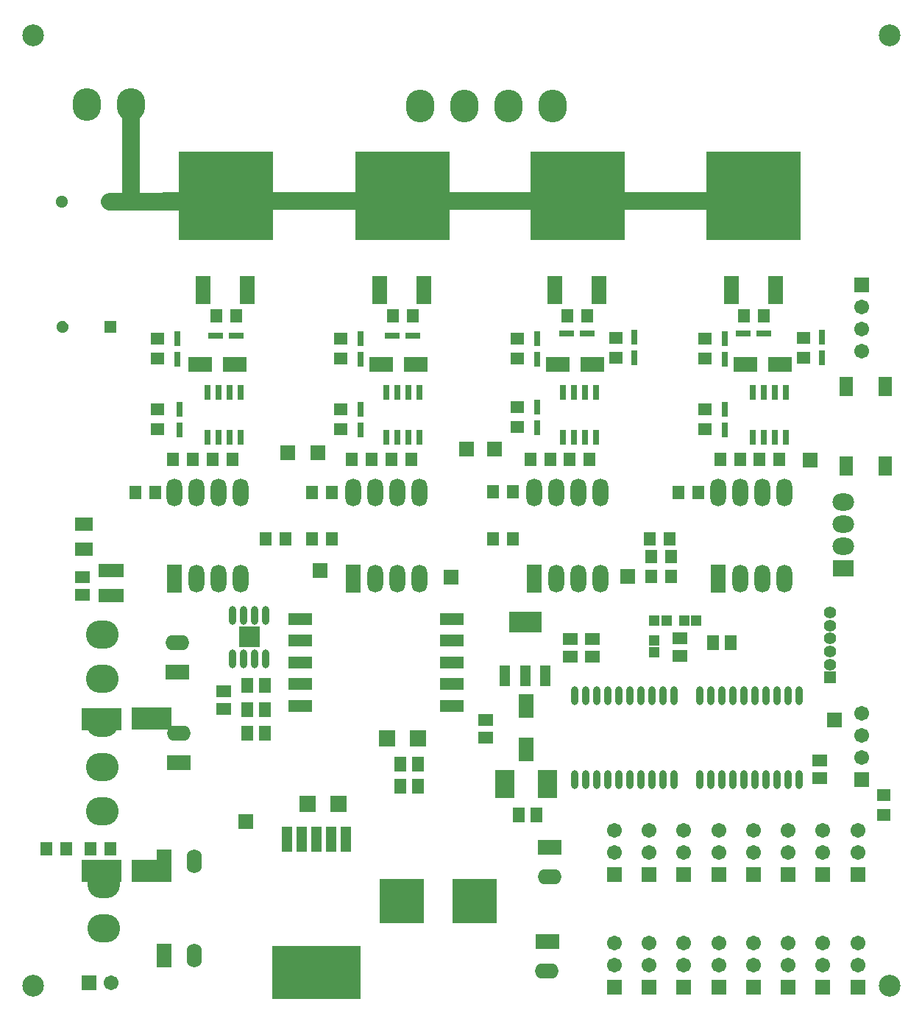
<source format=gts>
G04 Layer_Color=8388736*
%FSLAX44Y44*%
%MOMM*%
G71*
G01*
G75*
%ADD85C,2.0000*%
%ADD86R,4.5720X2.5146*%
%ADD87R,2.0532X1.5032*%
%ADD88R,1.4732X1.8034*%
%ADD89R,1.9812X1.9812*%
%ADD90R,1.8034X1.4732*%
%ADD91R,2.9032X1.5032*%
%ADD92R,2.4932X2.4932*%
%ADD93O,0.8032X2.2032*%
%ADD94R,2.7032X1.4732*%
%ADD95O,0.8032X2.2032*%
%ADD96R,1.3032X1.2032*%
%ADD97R,2.2032X3.2032*%
%ADD98R,10.2032X6.2032*%
%ADD99R,1.2732X2.9532*%
%ADD100R,1.7032X2.7032*%
%ADD101R,1.4732X1.6002*%
%ADD102R,1.6002X1.4732*%
%ADD103R,1.6032X2.3032*%
%ADD104R,1.2032X1.3032*%
%ADD105R,0.7532X1.6532*%
%ADD106R,2.7032X1.7032*%
%ADD107R,0.7112X1.7272*%
%ADD108R,1.6532X0.7532*%
%ADD109R,10.9032X10.2032*%
%ADD110R,1.7032X3.2032*%
%ADD111R,1.8032X3.2032*%
%ADD112O,1.8032X3.2032*%
%ADD113R,1.3032X2.3532*%
%ADD114R,1.3032X2.3532*%
%ADD115R,3.7032X2.3532*%
%ADD116R,1.7032X1.7032*%
%ADD117R,1.7032X1.7032*%
%ADD118C,1.7032*%
%ADD119R,2.7432X1.7272*%
%ADD120O,2.7432X1.7272*%
%ADD121C,2.5032*%
%ADD122R,1.7272X2.7432*%
%ADD123O,1.7272X2.7432*%
%ADD124O,2.4892X1.9812*%
%ADD125R,2.4892X1.9812*%
%ADD126O,3.7592X3.2512*%
%ADD127R,5.2032X5.2032*%
%ADD128R,1.4031X1.4031*%
%ADD129C,1.4031*%
%ADD130O,3.2512X3.7592*%
G36*
X-873102Y772922D02*
X-886818D01*
Y786638D01*
X-873102D01*
Y772922D01*
D02*
G37*
G36*
X-933288Y786461D02*
X-931619Y785770D01*
X-930187Y784671D01*
X-929088Y783239D01*
X-928397Y781570D01*
X-928161Y779780D01*
X-928397Y777990D01*
X-929088Y776321D01*
X-930187Y774889D01*
X-931619Y773790D01*
X-933288Y773099D01*
X-935078Y772863D01*
X-936868Y773099D01*
X-938537Y773790D01*
X-939969Y774889D01*
X-941068Y776321D01*
X-941759Y777990D01*
X-941995Y779780D01*
X-941759Y781570D01*
X-941068Y783239D01*
X-939969Y784671D01*
X-938537Y785770D01*
X-936868Y786461D01*
X-935078Y786697D01*
X-933288Y786461D01*
D02*
G37*
G36*
X-873483Y916432D02*
X-887199D01*
Y930148D01*
X-873483D01*
Y916432D01*
D02*
G37*
G36*
X-933669Y929971D02*
X-932000Y929280D01*
X-930568Y928181D01*
X-929469Y926749D01*
X-928777Y925080D01*
X-928542Y923290D01*
X-928777Y921500D01*
X-929469Y919831D01*
X-930568Y918399D01*
X-932000Y917299D01*
X-933669Y916609D01*
X-935459Y916373D01*
X-937249Y916609D01*
X-938918Y917299D01*
X-940350Y918399D01*
X-941450Y919831D01*
X-942141Y921500D01*
X-942376Y923290D01*
X-942141Y925080D01*
X-941450Y926749D01*
X-940350Y928181D01*
X-938918Y929280D01*
X-937249Y929971D01*
X-935459Y930207D01*
X-933669Y929971D01*
D02*
G37*
D85*
X-158750Y924560D02*
X-156210Y927100D01*
X-817880Y924560D02*
X-158750D01*
X-857250Y925830D02*
X-855980Y927100D01*
Y1035050D01*
X-880341Y923290D02*
X-703580D01*
D86*
X-832716Y328803D02*
D03*
Y153797D02*
D03*
X-889970Y328422D02*
D03*
X-889866Y153797D02*
D03*
D87*
X-910590Y523980D02*
D03*
Y552980D02*
D03*
D88*
X-525780Y276860D02*
D03*
X-546100D02*
D03*
X-546100Y251460D02*
D03*
X-525780D02*
D03*
X-722630Y312420D02*
D03*
X-702310D02*
D03*
X-389890Y218440D02*
D03*
X-410210D02*
D03*
X-166370Y416560D02*
D03*
X-186690D02*
D03*
X-722630Y339090D02*
D03*
X-702310D02*
D03*
X-722630Y367030D02*
D03*
X-702310D02*
D03*
D89*
X-561340Y306070D02*
D03*
X-525780D02*
D03*
X-617220Y231140D02*
D03*
X-652780D02*
D03*
D90*
X-911860Y491490D02*
D03*
Y471170D02*
D03*
X-749300Y340360D02*
D03*
Y360680D02*
D03*
X-224790Y421640D02*
D03*
Y401320D02*
D03*
X-448310Y327660D02*
D03*
Y307340D02*
D03*
X-63500Y260350D02*
D03*
Y280670D02*
D03*
X-350520Y400050D02*
D03*
Y420370D02*
D03*
X-325120Y400050D02*
D03*
Y420370D02*
D03*
D91*
X-878840Y470640D02*
D03*
Y499640D02*
D03*
D92*
X-720090Y422910D02*
D03*
D93*
X-739140Y397910D02*
D03*
X-726440D02*
D03*
X-713740D02*
D03*
X-701040D02*
D03*
X-739140Y447910D02*
D03*
X-726440D02*
D03*
X-713740D02*
D03*
X-701040D02*
D03*
D94*
X-486540Y343700D02*
D03*
Y368700D02*
D03*
Y393700D02*
D03*
Y418700D02*
D03*
Y443700D02*
D03*
X-661540D02*
D03*
Y418700D02*
D03*
Y393700D02*
D03*
Y368700D02*
D03*
Y343700D02*
D03*
D95*
X-345440Y355600D02*
D03*
X-243840Y259080D02*
D03*
X-269240Y355600D02*
D03*
X-256540D02*
D03*
X-243840D02*
D03*
X-269240Y259080D02*
D03*
X-281940D02*
D03*
X-256540D02*
D03*
X-231140D02*
D03*
Y355600D02*
D03*
X-294640Y259080D02*
D03*
X-307340D02*
D03*
X-320040D02*
D03*
X-332740D02*
D03*
X-345440D02*
D03*
X-332740Y355600D02*
D03*
X-320040D02*
D03*
X-307340D02*
D03*
X-294640D02*
D03*
X-281940D02*
D03*
X-201930D02*
D03*
X-100330Y259080D02*
D03*
X-125730Y355600D02*
D03*
X-113030D02*
D03*
X-100330D02*
D03*
X-125730Y259080D02*
D03*
X-138430D02*
D03*
X-113030D02*
D03*
X-87630D02*
D03*
Y355600D02*
D03*
X-151130Y259080D02*
D03*
X-163830D02*
D03*
X-176530D02*
D03*
X-189230D02*
D03*
X-201930D02*
D03*
X-189230Y355600D02*
D03*
X-176530D02*
D03*
X-163830D02*
D03*
X-151130D02*
D03*
X-138430D02*
D03*
D96*
X-254000Y405130D02*
D03*
Y419131D02*
D03*
D97*
X-426190Y254000D02*
D03*
X-377190D02*
D03*
D98*
X-642620Y36830D02*
D03*
D99*
X-676620Y189974D02*
D03*
X-659620D02*
D03*
X-642620D02*
D03*
X-625620D02*
D03*
X-608620D02*
D03*
D100*
X-401320Y343770D02*
D03*
Y293770D02*
D03*
D101*
X-953770Y179070D02*
D03*
X-930910D02*
D03*
X-902970D02*
D03*
X-880110D02*
D03*
X-257810Y515620D02*
D03*
X-234950D02*
D03*
X-257810Y492760D02*
D03*
X-234950D02*
D03*
X-533250Y627380D02*
D03*
X-556110D02*
D03*
X-738990D02*
D03*
X-761850D02*
D03*
X-554840Y792480D02*
D03*
X-531980D02*
D03*
X-758040D02*
D03*
X-735180D02*
D03*
X-647550Y589280D02*
D03*
X-624690D02*
D03*
X-601830Y627380D02*
D03*
X-578970D02*
D03*
X-850750Y589280D02*
D03*
X-827890D02*
D03*
X-807570Y627380D02*
D03*
X-784710D02*
D03*
X-624840Y535686D02*
D03*
X-647700D02*
D03*
X-678180Y535940D02*
D03*
X-701040D02*
D03*
X-110340Y627380D02*
D03*
X-133200D02*
D03*
X-328780D02*
D03*
X-351640D02*
D03*
X-225910Y589280D02*
D03*
X-203050D02*
D03*
X-177650Y627380D02*
D03*
X-154790D02*
D03*
X-439270Y589534D02*
D03*
X-416410D02*
D03*
X-396090Y627380D02*
D03*
X-373230D02*
D03*
X-236220Y535940D02*
D03*
X-259080D02*
D03*
X-439420D02*
D03*
X-416560D02*
D03*
X-150980Y792480D02*
D03*
X-128120D02*
D03*
X-354180D02*
D03*
X-331320D02*
D03*
D102*
X10160Y241300D02*
D03*
Y218440D02*
D03*
X-614530Y684530D02*
D03*
Y661670D02*
D03*
X-825350Y684530D02*
D03*
Y661670D02*
D03*
X-411330Y687070D02*
D03*
Y664210D02*
D03*
X-195430Y661670D02*
D03*
Y684530D02*
D03*
X-825350Y742950D02*
D03*
Y765810D02*
D03*
X-298300Y767080D02*
D03*
Y744220D02*
D03*
X-82400Y767080D02*
D03*
Y744220D02*
D03*
X-411330Y765810D02*
D03*
Y742950D02*
D03*
X-195430Y765810D02*
D03*
Y742950D02*
D03*
X-614530Y765810D02*
D03*
Y742950D02*
D03*
D103*
X11738Y710834D02*
D03*
Y619834D02*
D03*
X-33262Y710834D02*
D03*
Y619834D02*
D03*
D104*
X-205709Y441960D02*
D03*
X-219710D02*
D03*
X-240000D02*
D03*
X-254000D02*
D03*
D105*
X-591670Y766130D02*
D03*
Y742630D02*
D03*
X-276710Y743900D02*
D03*
Y767400D02*
D03*
X-60810Y743900D02*
D03*
Y767400D02*
D03*
X-172570Y742630D02*
D03*
Y766130D02*
D03*
X-388470Y742630D02*
D03*
Y766130D02*
D03*
X-802490Y742630D02*
D03*
Y766130D02*
D03*
X-172570Y684850D02*
D03*
Y661350D02*
D03*
X-388470Y687390D02*
D03*
Y663890D02*
D03*
X-591670Y684850D02*
D03*
Y661350D02*
D03*
X-799950Y684850D02*
D03*
Y661350D02*
D03*
D106*
X-776770Y736600D02*
D03*
X-736770D02*
D03*
X-365290D02*
D03*
X-325290D02*
D03*
X-109390D02*
D03*
X-149390D02*
D03*
X-568170D02*
D03*
X-528170D02*
D03*
D107*
X-768200Y652145D02*
D03*
X-755500D02*
D03*
X-742800D02*
D03*
X-730100D02*
D03*
Y704215D02*
D03*
X-742800D02*
D03*
X-755500D02*
D03*
X-768200D02*
D03*
X-562460D02*
D03*
X-549760D02*
D03*
X-537060D02*
D03*
X-524360D02*
D03*
Y652145D02*
D03*
X-537060D02*
D03*
X-549760D02*
D03*
X-562460D02*
D03*
X-140820Y704215D02*
D03*
X-128120D02*
D03*
X-115420D02*
D03*
X-102720D02*
D03*
Y652145D02*
D03*
X-115420D02*
D03*
X-128120D02*
D03*
X-140820D02*
D03*
X-359260Y704215D02*
D03*
X-346560D02*
D03*
X-333860D02*
D03*
X-321160D02*
D03*
Y652145D02*
D03*
X-333860D02*
D03*
X-346560D02*
D03*
X-359260D02*
D03*
D108*
X-151300Y772160D02*
D03*
X-127800D02*
D03*
X-555160Y769620D02*
D03*
X-531660D02*
D03*
X-758360D02*
D03*
X-734860D02*
D03*
X-354500Y772160D02*
D03*
X-331000D02*
D03*
D109*
X-747268Y930656D02*
D03*
X-544068D02*
D03*
X-342392D02*
D03*
X-139446D02*
D03*
D110*
X-772922Y822272D02*
D03*
X-722122D02*
D03*
X-518922D02*
D03*
X-569722D02*
D03*
X-368046D02*
D03*
X-317246D02*
D03*
X-114300D02*
D03*
X-165100D02*
D03*
D111*
X-806300Y490271D02*
D03*
X-600560D02*
D03*
X-392280D02*
D03*
X-180190D02*
D03*
D112*
X-780900D02*
D03*
X-755500D02*
D03*
X-730100D02*
D03*
Y589280D02*
D03*
X-755500D02*
D03*
X-780900D02*
D03*
X-806300D02*
D03*
X-575160Y490271D02*
D03*
X-549760D02*
D03*
X-524360D02*
D03*
Y589280D02*
D03*
X-549760D02*
D03*
X-575160D02*
D03*
X-600560D02*
D03*
X-366880Y490271D02*
D03*
X-341480D02*
D03*
X-316080D02*
D03*
Y589280D02*
D03*
X-341480D02*
D03*
X-366880D02*
D03*
X-392280D02*
D03*
X-154790Y490271D02*
D03*
X-129390D02*
D03*
X-103990D02*
D03*
Y589280D02*
D03*
X-129390D02*
D03*
X-154790D02*
D03*
X-180190D02*
D03*
D113*
X-425590Y377940D02*
D03*
X-379590D02*
D03*
D114*
X-402590D02*
D03*
D115*
X-402590Y439940D02*
D03*
D116*
X-284480Y492760D02*
D03*
X-638810Y499110D02*
D03*
X-487680Y491490D02*
D03*
X-74930Y626110D02*
D03*
X-46990Y327660D02*
D03*
X-723900Y210820D02*
D03*
X-641350Y635000D02*
D03*
X-675640D02*
D03*
X-438150Y638810D02*
D03*
X-469900D02*
D03*
X-904240Y25400D02*
D03*
D117*
X-15240Y828040D02*
D03*
X-180000Y150000D02*
D03*
X-220000D02*
D03*
X-260000D02*
D03*
X-300000D02*
D03*
X-260000Y20000D02*
D03*
X-20000D02*
D03*
X-300000D02*
D03*
X-60000D02*
D03*
X-20000Y150000D02*
D03*
X-100000Y20000D02*
D03*
X-60000Y150000D02*
D03*
X-140000Y20000D02*
D03*
X-100000Y150000D02*
D03*
X-180000Y20000D02*
D03*
X-140000Y150000D02*
D03*
X-220000Y20000D02*
D03*
X-15240Y259080D02*
D03*
D118*
Y802640D02*
D03*
Y777240D02*
D03*
Y751840D02*
D03*
X-878840Y25400D02*
D03*
X-180000Y175400D02*
D03*
Y200800D02*
D03*
X-220000Y175400D02*
D03*
Y200800D02*
D03*
X-260000Y175400D02*
D03*
Y200800D02*
D03*
X-300000Y175400D02*
D03*
Y200800D02*
D03*
X-260000Y45400D02*
D03*
Y70800D02*
D03*
X-20000Y45400D02*
D03*
Y70800D02*
D03*
X-300000Y45400D02*
D03*
Y70800D02*
D03*
X-60000Y45400D02*
D03*
Y70800D02*
D03*
X-20000Y175400D02*
D03*
Y200800D02*
D03*
X-100000Y45400D02*
D03*
Y70800D02*
D03*
X-60000Y175400D02*
D03*
Y200800D02*
D03*
X-140000Y45400D02*
D03*
Y70800D02*
D03*
X-100000Y175400D02*
D03*
Y200800D02*
D03*
X-180000Y45400D02*
D03*
Y70800D02*
D03*
X-140000Y175400D02*
D03*
Y200800D02*
D03*
X-220000Y45400D02*
D03*
Y70800D02*
D03*
X-15240Y335280D02*
D03*
Y309880D02*
D03*
Y284480D02*
D03*
D119*
X-802640Y382270D02*
D03*
X-801370Y278130D02*
D03*
X-377063Y72898D02*
D03*
X-374396Y181356D02*
D03*
D120*
X-802386Y416306D02*
D03*
X-801116Y312166D02*
D03*
X-377317Y38862D02*
D03*
X-374650Y147320D02*
D03*
D121*
X-969010Y21590D02*
D03*
Y1115060D02*
D03*
X16510D02*
D03*
Y21590D02*
D03*
D122*
X-817626Y164978D02*
D03*
Y56521D02*
D03*
D123*
X-783590Y164724D02*
D03*
Y56266D02*
D03*
D124*
X-36830Y552450D02*
D03*
Y527050D02*
D03*
Y577850D02*
D03*
D125*
Y501650D02*
D03*
D126*
X-887730Y87630D02*
D03*
Y138430D02*
D03*
X-889000Y273050D02*
D03*
Y222250D02*
D03*
Y323850D02*
D03*
Y374650D02*
D03*
Y425450D02*
D03*
D127*
X-461010Y119380D02*
D03*
X-544830D02*
D03*
D128*
X-52070Y376174D02*
D03*
D129*
Y391160D02*
D03*
Y406171D02*
D03*
Y421157D02*
D03*
Y436169D02*
D03*
Y451155D02*
D03*
D130*
X-370690Y1033780D02*
D03*
X-523090D02*
D03*
X-472290D02*
D03*
X-421490D02*
D03*
X-855980Y1035050D02*
D03*
X-906780D02*
D03*
M02*

</source>
